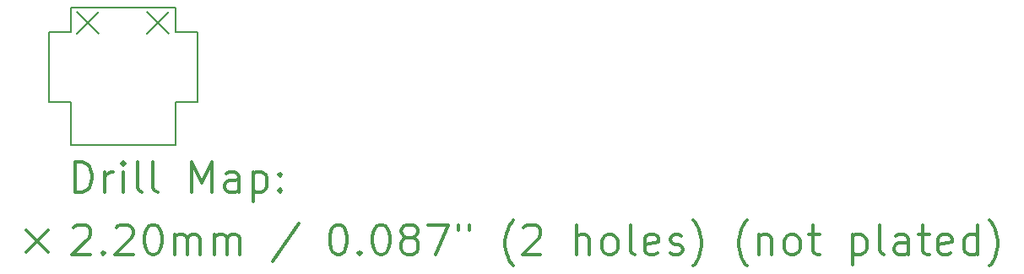
<source format=gbr>
%FSLAX45Y45*%
G04 Gerber Fmt 4.5, Leading zero omitted, Abs format (unit mm)*
G04 Created by KiCad (PCBNEW 4.0.7) date 07/03/18 10:56:48*
%MOMM*%
%LPD*%
G01*
G04 APERTURE LIST*
%ADD10C,0.127000*%
%ADD11C,0.150000*%
%ADD12C,0.200000*%
%ADD13C,0.300000*%
G04 APERTURE END LIST*
D10*
D11*
X16070000Y-9720000D02*
X16050000Y-9720000D01*
X16050000Y-10420000D02*
X16070000Y-10420000D01*
X14600000Y-10420000D02*
X14580000Y-10420000D01*
X14600000Y-9720000D02*
X14580000Y-9720000D01*
X15850000Y-9470000D02*
X14800000Y-9470000D01*
X15850000Y-9720000D02*
X15850000Y-9470000D01*
X14800000Y-9720000D02*
X14800000Y-9470000D01*
X16050000Y-9720000D02*
X15850000Y-9720000D01*
X16070000Y-10420000D02*
X16070000Y-9720000D01*
X15850000Y-10420000D02*
X16050000Y-10420000D01*
X15850000Y-10850000D02*
X15850000Y-10420000D01*
X14600000Y-9720000D02*
X14800000Y-9720000D01*
X14580000Y-10420000D02*
X14580000Y-9720000D01*
X14800000Y-10420000D02*
X14600000Y-10420000D01*
X14800000Y-10850000D02*
X14800000Y-10420000D01*
X15850000Y-10850000D02*
X14800000Y-10850000D01*
D12*
X14863300Y-9516600D02*
X15083300Y-9736600D01*
X15083300Y-9516600D02*
X14863300Y-9736600D01*
X15568150Y-9516600D02*
X15788150Y-9736600D01*
X15788150Y-9516600D02*
X15568150Y-9736600D01*
D13*
X14843928Y-11323214D02*
X14843928Y-11023214D01*
X14915357Y-11023214D01*
X14958214Y-11037500D01*
X14986786Y-11066072D01*
X15001071Y-11094643D01*
X15015357Y-11151786D01*
X15015357Y-11194643D01*
X15001071Y-11251786D01*
X14986786Y-11280357D01*
X14958214Y-11308929D01*
X14915357Y-11323214D01*
X14843928Y-11323214D01*
X15143928Y-11323214D02*
X15143928Y-11123214D01*
X15143928Y-11180357D02*
X15158214Y-11151786D01*
X15172500Y-11137500D01*
X15201071Y-11123214D01*
X15229643Y-11123214D01*
X15329643Y-11323214D02*
X15329643Y-11123214D01*
X15329643Y-11023214D02*
X15315357Y-11037500D01*
X15329643Y-11051786D01*
X15343928Y-11037500D01*
X15329643Y-11023214D01*
X15329643Y-11051786D01*
X15515357Y-11323214D02*
X15486786Y-11308929D01*
X15472500Y-11280357D01*
X15472500Y-11023214D01*
X15672500Y-11323214D02*
X15643928Y-11308929D01*
X15629643Y-11280357D01*
X15629643Y-11023214D01*
X16015357Y-11323214D02*
X16015357Y-11023214D01*
X16115357Y-11237500D01*
X16215357Y-11023214D01*
X16215357Y-11323214D01*
X16486786Y-11323214D02*
X16486786Y-11166072D01*
X16472500Y-11137500D01*
X16443928Y-11123214D01*
X16386786Y-11123214D01*
X16358214Y-11137500D01*
X16486786Y-11308929D02*
X16458214Y-11323214D01*
X16386786Y-11323214D01*
X16358214Y-11308929D01*
X16343928Y-11280357D01*
X16343928Y-11251786D01*
X16358214Y-11223214D01*
X16386786Y-11208929D01*
X16458214Y-11208929D01*
X16486786Y-11194643D01*
X16629643Y-11123214D02*
X16629643Y-11423214D01*
X16629643Y-11137500D02*
X16658214Y-11123214D01*
X16715357Y-11123214D01*
X16743928Y-11137500D01*
X16758214Y-11151786D01*
X16772500Y-11180357D01*
X16772500Y-11266071D01*
X16758214Y-11294643D01*
X16743928Y-11308929D01*
X16715357Y-11323214D01*
X16658214Y-11323214D01*
X16629643Y-11308929D01*
X16901071Y-11294643D02*
X16915357Y-11308929D01*
X16901071Y-11323214D01*
X16886786Y-11308929D01*
X16901071Y-11294643D01*
X16901071Y-11323214D01*
X16901071Y-11137500D02*
X16915357Y-11151786D01*
X16901071Y-11166072D01*
X16886786Y-11151786D01*
X16901071Y-11137500D01*
X16901071Y-11166072D01*
X14352500Y-11707500D02*
X14572500Y-11927500D01*
X14572500Y-11707500D02*
X14352500Y-11927500D01*
X14829643Y-11681786D02*
X14843928Y-11667500D01*
X14872500Y-11653214D01*
X14943928Y-11653214D01*
X14972500Y-11667500D01*
X14986786Y-11681786D01*
X15001071Y-11710357D01*
X15001071Y-11738929D01*
X14986786Y-11781786D01*
X14815357Y-11953214D01*
X15001071Y-11953214D01*
X15129643Y-11924643D02*
X15143928Y-11938929D01*
X15129643Y-11953214D01*
X15115357Y-11938929D01*
X15129643Y-11924643D01*
X15129643Y-11953214D01*
X15258214Y-11681786D02*
X15272500Y-11667500D01*
X15301071Y-11653214D01*
X15372500Y-11653214D01*
X15401071Y-11667500D01*
X15415357Y-11681786D01*
X15429643Y-11710357D01*
X15429643Y-11738929D01*
X15415357Y-11781786D01*
X15243928Y-11953214D01*
X15429643Y-11953214D01*
X15615357Y-11653214D02*
X15643928Y-11653214D01*
X15672500Y-11667500D01*
X15686786Y-11681786D01*
X15701071Y-11710357D01*
X15715357Y-11767500D01*
X15715357Y-11838929D01*
X15701071Y-11896071D01*
X15686786Y-11924643D01*
X15672500Y-11938929D01*
X15643928Y-11953214D01*
X15615357Y-11953214D01*
X15586786Y-11938929D01*
X15572500Y-11924643D01*
X15558214Y-11896071D01*
X15543928Y-11838929D01*
X15543928Y-11767500D01*
X15558214Y-11710357D01*
X15572500Y-11681786D01*
X15586786Y-11667500D01*
X15615357Y-11653214D01*
X15843928Y-11953214D02*
X15843928Y-11753214D01*
X15843928Y-11781786D02*
X15858214Y-11767500D01*
X15886786Y-11753214D01*
X15929643Y-11753214D01*
X15958214Y-11767500D01*
X15972500Y-11796071D01*
X15972500Y-11953214D01*
X15972500Y-11796071D02*
X15986786Y-11767500D01*
X16015357Y-11753214D01*
X16058214Y-11753214D01*
X16086786Y-11767500D01*
X16101071Y-11796071D01*
X16101071Y-11953214D01*
X16243928Y-11953214D02*
X16243928Y-11753214D01*
X16243928Y-11781786D02*
X16258214Y-11767500D01*
X16286786Y-11753214D01*
X16329643Y-11753214D01*
X16358214Y-11767500D01*
X16372500Y-11796071D01*
X16372500Y-11953214D01*
X16372500Y-11796071D02*
X16386786Y-11767500D01*
X16415357Y-11753214D01*
X16458214Y-11753214D01*
X16486786Y-11767500D01*
X16501071Y-11796071D01*
X16501071Y-11953214D01*
X17086786Y-11638929D02*
X16829643Y-12024643D01*
X17472500Y-11653214D02*
X17501071Y-11653214D01*
X17529643Y-11667500D01*
X17543928Y-11681786D01*
X17558214Y-11710357D01*
X17572500Y-11767500D01*
X17572500Y-11838929D01*
X17558214Y-11896071D01*
X17543928Y-11924643D01*
X17529643Y-11938929D01*
X17501071Y-11953214D01*
X17472500Y-11953214D01*
X17443928Y-11938929D01*
X17429643Y-11924643D01*
X17415357Y-11896071D01*
X17401071Y-11838929D01*
X17401071Y-11767500D01*
X17415357Y-11710357D01*
X17429643Y-11681786D01*
X17443928Y-11667500D01*
X17472500Y-11653214D01*
X17701071Y-11924643D02*
X17715357Y-11938929D01*
X17701071Y-11953214D01*
X17686786Y-11938929D01*
X17701071Y-11924643D01*
X17701071Y-11953214D01*
X17901071Y-11653214D02*
X17929643Y-11653214D01*
X17958214Y-11667500D01*
X17972500Y-11681786D01*
X17986786Y-11710357D01*
X18001071Y-11767500D01*
X18001071Y-11838929D01*
X17986786Y-11896071D01*
X17972500Y-11924643D01*
X17958214Y-11938929D01*
X17929643Y-11953214D01*
X17901071Y-11953214D01*
X17872500Y-11938929D01*
X17858214Y-11924643D01*
X17843928Y-11896071D01*
X17829643Y-11838929D01*
X17829643Y-11767500D01*
X17843928Y-11710357D01*
X17858214Y-11681786D01*
X17872500Y-11667500D01*
X17901071Y-11653214D01*
X18172500Y-11781786D02*
X18143928Y-11767500D01*
X18129643Y-11753214D01*
X18115357Y-11724643D01*
X18115357Y-11710357D01*
X18129643Y-11681786D01*
X18143928Y-11667500D01*
X18172500Y-11653214D01*
X18229643Y-11653214D01*
X18258214Y-11667500D01*
X18272500Y-11681786D01*
X18286786Y-11710357D01*
X18286786Y-11724643D01*
X18272500Y-11753214D01*
X18258214Y-11767500D01*
X18229643Y-11781786D01*
X18172500Y-11781786D01*
X18143928Y-11796071D01*
X18129643Y-11810357D01*
X18115357Y-11838929D01*
X18115357Y-11896071D01*
X18129643Y-11924643D01*
X18143928Y-11938929D01*
X18172500Y-11953214D01*
X18229643Y-11953214D01*
X18258214Y-11938929D01*
X18272500Y-11924643D01*
X18286786Y-11896071D01*
X18286786Y-11838929D01*
X18272500Y-11810357D01*
X18258214Y-11796071D01*
X18229643Y-11781786D01*
X18386786Y-11653214D02*
X18586786Y-11653214D01*
X18458214Y-11953214D01*
X18686786Y-11653214D02*
X18686786Y-11710357D01*
X18801071Y-11653214D02*
X18801071Y-11710357D01*
X19243928Y-12067500D02*
X19229643Y-12053214D01*
X19201071Y-12010357D01*
X19186786Y-11981786D01*
X19172500Y-11938929D01*
X19158214Y-11867500D01*
X19158214Y-11810357D01*
X19172500Y-11738929D01*
X19186786Y-11696071D01*
X19201071Y-11667500D01*
X19229643Y-11624643D01*
X19243928Y-11610357D01*
X19343928Y-11681786D02*
X19358214Y-11667500D01*
X19386786Y-11653214D01*
X19458214Y-11653214D01*
X19486786Y-11667500D01*
X19501071Y-11681786D01*
X19515357Y-11710357D01*
X19515357Y-11738929D01*
X19501071Y-11781786D01*
X19329643Y-11953214D01*
X19515357Y-11953214D01*
X19872500Y-11953214D02*
X19872500Y-11653214D01*
X20001071Y-11953214D02*
X20001071Y-11796071D01*
X19986786Y-11767500D01*
X19958214Y-11753214D01*
X19915357Y-11753214D01*
X19886786Y-11767500D01*
X19872500Y-11781786D01*
X20186786Y-11953214D02*
X20158214Y-11938929D01*
X20143928Y-11924643D01*
X20129643Y-11896071D01*
X20129643Y-11810357D01*
X20143928Y-11781786D01*
X20158214Y-11767500D01*
X20186786Y-11753214D01*
X20229643Y-11753214D01*
X20258214Y-11767500D01*
X20272500Y-11781786D01*
X20286786Y-11810357D01*
X20286786Y-11896071D01*
X20272500Y-11924643D01*
X20258214Y-11938929D01*
X20229643Y-11953214D01*
X20186786Y-11953214D01*
X20458214Y-11953214D02*
X20429643Y-11938929D01*
X20415357Y-11910357D01*
X20415357Y-11653214D01*
X20686786Y-11938929D02*
X20658214Y-11953214D01*
X20601071Y-11953214D01*
X20572500Y-11938929D01*
X20558214Y-11910357D01*
X20558214Y-11796071D01*
X20572500Y-11767500D01*
X20601071Y-11753214D01*
X20658214Y-11753214D01*
X20686786Y-11767500D01*
X20701071Y-11796071D01*
X20701071Y-11824643D01*
X20558214Y-11853214D01*
X20815357Y-11938929D02*
X20843929Y-11953214D01*
X20901071Y-11953214D01*
X20929643Y-11938929D01*
X20943929Y-11910357D01*
X20943929Y-11896071D01*
X20929643Y-11867500D01*
X20901071Y-11853214D01*
X20858214Y-11853214D01*
X20829643Y-11838929D01*
X20815357Y-11810357D01*
X20815357Y-11796071D01*
X20829643Y-11767500D01*
X20858214Y-11753214D01*
X20901071Y-11753214D01*
X20929643Y-11767500D01*
X21043928Y-12067500D02*
X21058214Y-12053214D01*
X21086786Y-12010357D01*
X21101071Y-11981786D01*
X21115357Y-11938929D01*
X21129643Y-11867500D01*
X21129643Y-11810357D01*
X21115357Y-11738929D01*
X21101071Y-11696071D01*
X21086786Y-11667500D01*
X21058214Y-11624643D01*
X21043928Y-11610357D01*
X21586786Y-12067500D02*
X21572500Y-12053214D01*
X21543928Y-12010357D01*
X21529643Y-11981786D01*
X21515357Y-11938929D01*
X21501071Y-11867500D01*
X21501071Y-11810357D01*
X21515357Y-11738929D01*
X21529643Y-11696071D01*
X21543928Y-11667500D01*
X21572500Y-11624643D01*
X21586786Y-11610357D01*
X21701071Y-11753214D02*
X21701071Y-11953214D01*
X21701071Y-11781786D02*
X21715357Y-11767500D01*
X21743928Y-11753214D01*
X21786786Y-11753214D01*
X21815357Y-11767500D01*
X21829643Y-11796071D01*
X21829643Y-11953214D01*
X22015357Y-11953214D02*
X21986786Y-11938929D01*
X21972500Y-11924643D01*
X21958214Y-11896071D01*
X21958214Y-11810357D01*
X21972500Y-11781786D01*
X21986786Y-11767500D01*
X22015357Y-11753214D01*
X22058214Y-11753214D01*
X22086786Y-11767500D01*
X22101071Y-11781786D01*
X22115357Y-11810357D01*
X22115357Y-11896071D01*
X22101071Y-11924643D01*
X22086786Y-11938929D01*
X22058214Y-11953214D01*
X22015357Y-11953214D01*
X22201071Y-11753214D02*
X22315357Y-11753214D01*
X22243929Y-11653214D02*
X22243929Y-11910357D01*
X22258214Y-11938929D01*
X22286786Y-11953214D01*
X22315357Y-11953214D01*
X22643928Y-11753214D02*
X22643928Y-12053214D01*
X22643928Y-11767500D02*
X22672500Y-11753214D01*
X22729643Y-11753214D01*
X22758214Y-11767500D01*
X22772500Y-11781786D01*
X22786786Y-11810357D01*
X22786786Y-11896071D01*
X22772500Y-11924643D01*
X22758214Y-11938929D01*
X22729643Y-11953214D01*
X22672500Y-11953214D01*
X22643928Y-11938929D01*
X22958214Y-11953214D02*
X22929643Y-11938929D01*
X22915357Y-11910357D01*
X22915357Y-11653214D01*
X23201071Y-11953214D02*
X23201071Y-11796071D01*
X23186786Y-11767500D01*
X23158214Y-11753214D01*
X23101071Y-11753214D01*
X23072500Y-11767500D01*
X23201071Y-11938929D02*
X23172500Y-11953214D01*
X23101071Y-11953214D01*
X23072500Y-11938929D01*
X23058214Y-11910357D01*
X23058214Y-11881786D01*
X23072500Y-11853214D01*
X23101071Y-11838929D01*
X23172500Y-11838929D01*
X23201071Y-11824643D01*
X23301071Y-11753214D02*
X23415357Y-11753214D01*
X23343929Y-11653214D02*
X23343929Y-11910357D01*
X23358214Y-11938929D01*
X23386786Y-11953214D01*
X23415357Y-11953214D01*
X23629643Y-11938929D02*
X23601071Y-11953214D01*
X23543929Y-11953214D01*
X23515357Y-11938929D01*
X23501071Y-11910357D01*
X23501071Y-11796071D01*
X23515357Y-11767500D01*
X23543929Y-11753214D01*
X23601071Y-11753214D01*
X23629643Y-11767500D01*
X23643929Y-11796071D01*
X23643929Y-11824643D01*
X23501071Y-11853214D01*
X23901071Y-11953214D02*
X23901071Y-11653214D01*
X23901071Y-11938929D02*
X23872500Y-11953214D01*
X23815357Y-11953214D01*
X23786786Y-11938929D01*
X23772500Y-11924643D01*
X23758214Y-11896071D01*
X23758214Y-11810357D01*
X23772500Y-11781786D01*
X23786786Y-11767500D01*
X23815357Y-11753214D01*
X23872500Y-11753214D01*
X23901071Y-11767500D01*
X24015357Y-12067500D02*
X24029643Y-12053214D01*
X24058214Y-12010357D01*
X24072500Y-11981786D01*
X24086786Y-11938929D01*
X24101071Y-11867500D01*
X24101071Y-11810357D01*
X24086786Y-11738929D01*
X24072500Y-11696071D01*
X24058214Y-11667500D01*
X24029643Y-11624643D01*
X24015357Y-11610357D01*
M02*

</source>
